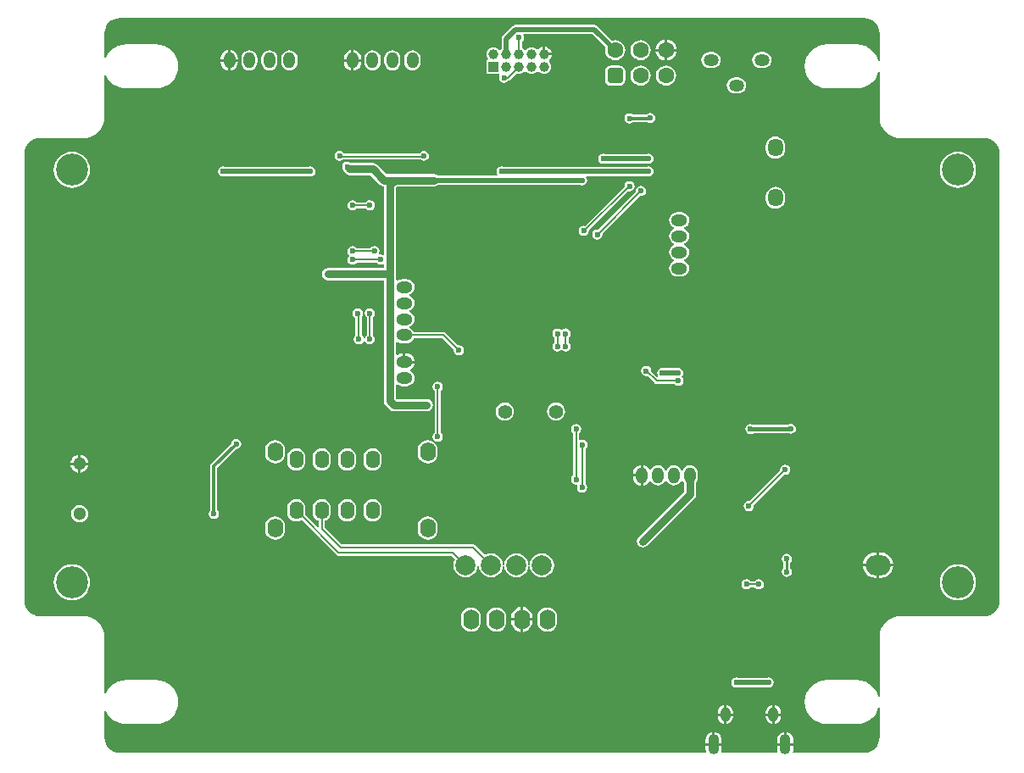
<source format=gbl>
G04 Layer_Physical_Order=2*
G04 Layer_Color=16711680*
%FSLAX25Y25*%
%MOIN*%
G70*
G01*
G75*
%ADD10C,0.00787*%
%ADD14R,0.03937X0.03937*%
%ADD39C,0.01181*%
%ADD40C,0.01969*%
%ADD45C,0.03150*%
%ADD46C,0.01000*%
%ADD47C,0.01575*%
%ADD48O,0.03937X0.05709*%
%ADD49O,0.04331X0.07874*%
%ADD50O,0.06299X0.07874*%
%ADD51O,0.06000X0.07087*%
%ADD52O,0.06299X0.07480*%
%ADD53C,0.12598*%
%ADD54O,0.05512X0.07087*%
%ADD55O,0.04724X0.06299*%
%ADD56C,0.03937*%
%ADD57C,0.06299*%
G04:AMPARAMS|DCode=58|XSize=62.99mil|YSize=62.99mil|CornerRadius=15.75mil|HoleSize=0mil|Usage=FLASHONLY|Rotation=180.000|XOffset=0mil|YOffset=0mil|HoleType=Round|Shape=RoundedRectangle|*
%AMROUNDEDRECTD58*
21,1,0.06299,0.03150,0,0,180.0*
21,1,0.03150,0.06299,0,0,180.0*
1,1,0.03150,-0.01575,0.01575*
1,1,0.03150,0.01575,0.01575*
1,1,0.03150,0.01575,-0.01575*
1,1,0.03150,-0.01575,-0.01575*
%
%ADD58ROUNDEDRECTD58*%
%ADD59C,0.05118*%
%ADD60C,0.05512*%
%ADD61O,0.06299X0.04724*%
%ADD62O,0.04724X0.06299*%
%ADD63O,0.06000X0.04724*%
%ADD64O,0.09843X0.07874*%
%ADD65C,0.07874*%
%ADD66C,0.02362*%
%ADD67C,0.02756*%
G36*
X332884Y290422D02*
X334005Y290082D01*
X335037Y289530D01*
X335943Y288787D01*
X336685Y287882D01*
X337238Y286849D01*
X337577Y285728D01*
X337691Y284569D01*
X337690Y284563D01*
Y273763D01*
X337190Y273689D01*
X336837Y274854D01*
X336033Y276359D01*
X334950Y277678D01*
X333631Y278760D01*
X332127Y279564D01*
X330494Y280060D01*
X328796Y280227D01*
X316985D01*
X315287Y280060D01*
X313654Y279564D01*
X312150Y278760D01*
X310831Y277678D01*
X309749Y276359D01*
X308944Y274854D01*
X308449Y273221D01*
X308282Y271524D01*
X308449Y269826D01*
X308944Y268193D01*
X309749Y266688D01*
X310831Y265369D01*
X312150Y264287D01*
X313654Y263483D01*
X315287Y262987D01*
X316985Y262820D01*
X328796D01*
X330494Y262987D01*
X332127Y263483D01*
X333631Y264287D01*
X334950Y265369D01*
X336033Y266688D01*
X336837Y268193D01*
X337190Y269358D01*
X337690Y269284D01*
Y251596D01*
X337684Y251588D01*
X337678Y251588D01*
X337834Y250010D01*
X338310Y248440D01*
X339084Y246993D01*
X340125Y245725D01*
X341393Y244684D01*
X342840Y243910D01*
X344410Y243434D01*
X345610Y243316D01*
X346043Y243273D01*
X346099Y243278D01*
X346595Y243290D01*
X378949D01*
X378957Y243283D01*
Y243283D01*
X378957Y243283D01*
X380020Y243179D01*
X381140Y242839D01*
X382172Y242287D01*
X383077Y241544D01*
X383819Y240640D01*
X384371Y239607D01*
X384711Y238487D01*
X384788Y237706D01*
X384815Y237221D01*
X384815D01*
X384823Y236727D01*
Y61898D01*
X384822Y61402D01*
X384791Y61048D01*
X384779Y60909D01*
X384780Y60918D01*
X384791Y61048D01*
X384812Y61287D01*
X384780Y60918D01*
X384708Y60190D01*
X384364Y59053D01*
X383804Y58006D01*
X383050Y57087D01*
X382131Y56334D01*
X381083Y55773D01*
X379947Y55428D01*
X378791Y55315D01*
X378791Y55315D01*
Y55315D01*
X378790Y55314D01*
X346091D01*
X346090Y55315D01*
X346090Y55332D01*
X344451Y55170D01*
X342871Y54691D01*
X341415Y53913D01*
X340139Y52866D01*
X339092Y51590D01*
X338314Y50134D01*
X337835Y48554D01*
X337720Y47396D01*
X337673Y46911D01*
X337673Y46908D01*
X337690Y46415D01*
Y23761D01*
X337190Y23687D01*
X336836Y24854D01*
X336032Y26359D01*
X334949Y27678D01*
X333631Y28760D01*
X332126Y29564D01*
X330493Y30060D01*
X328795Y30227D01*
X316984D01*
X315286Y30060D01*
X313654Y29564D01*
X312149Y28760D01*
X310830Y27678D01*
X309748Y26359D01*
X308943Y24854D01*
X308448Y23222D01*
X308281Y21524D01*
X308448Y19826D01*
X308943Y18193D01*
X309748Y16688D01*
X310830Y15369D01*
X312149Y14287D01*
X313654Y13483D01*
X315286Y12988D01*
X316984Y12820D01*
X328795D01*
X330493Y12988D01*
X332126Y13483D01*
X333631Y14287D01*
X334949Y15369D01*
X336032Y16688D01*
X336836Y18193D01*
X337190Y19361D01*
X337690Y19286D01*
Y18305D01*
Y7700D01*
X337698Y7663D01*
X337582Y6486D01*
X337237Y5349D01*
X336677Y4301D01*
X335923Y3382D01*
X335005Y2629D01*
X333957Y2069D01*
X332820Y1724D01*
X331664Y1610D01*
X331664Y1610D01*
Y1610D01*
X331164Y1604D01*
X303866D01*
X303588Y2020D01*
X303659Y2191D01*
X303767Y3017D01*
Y4289D01*
X300575D01*
X297382D01*
Y3017D01*
X297491Y2191D01*
X297562Y2020D01*
X297284Y1604D01*
X275716D01*
X275438Y2020D01*
X275509Y2191D01*
X275618Y3017D01*
Y4289D01*
X272425D01*
X269233D01*
Y3017D01*
X269341Y2191D01*
X269412Y2020D01*
X269134Y1604D01*
X39470D01*
X38974Y1610D01*
X38489Y1641D01*
X37724Y1717D01*
X36599Y2058D01*
X35562Y2612D01*
X34654Y3358D01*
X33908Y4266D01*
X33354Y5303D01*
X33013Y6427D01*
X32906Y7516D01*
X32906Y7516D01*
X32906D01*
X32900Y7522D01*
Y18083D01*
X33400Y18106D01*
X34158Y16688D01*
X35240Y15369D01*
X36559Y14287D01*
X38064Y13483D01*
X39697Y12988D01*
X41394Y12820D01*
X53206D01*
X54903Y12988D01*
X56536Y13483D01*
X58041Y14287D01*
X59360Y15369D01*
X60442Y16688D01*
X61246Y18193D01*
X61742Y19826D01*
X61909Y21524D01*
X61742Y23222D01*
X61246Y24854D01*
X60442Y26359D01*
X59360Y27678D01*
X58041Y28760D01*
X56536Y29564D01*
X54903Y30060D01*
X53206Y30227D01*
X41394D01*
X39697Y30060D01*
X38064Y29564D01*
X36559Y28760D01*
X35240Y27678D01*
X34158Y26359D01*
X33400Y24941D01*
X32900Y24964D01*
Y47009D01*
X32907Y47017D01*
X32912Y47017D01*
X32757Y48594D01*
X32280Y50165D01*
X31507Y51612D01*
X30466Y52880D01*
X29198Y53921D01*
X27751Y54695D01*
X26180Y55171D01*
X24980Y55289D01*
X24547Y55332D01*
X24492Y55326D01*
X23996Y55314D01*
X7495D01*
X7486Y55313D01*
X6306Y55429D01*
X5163Y55776D01*
X4110Y56339D01*
X3186Y57096D01*
X2429Y58020D01*
X1866Y59073D01*
X1519Y60216D01*
X1403Y61396D01*
X1404Y61405D01*
Y237200D01*
X1403Y237208D01*
X1519Y238389D01*
X1866Y239532D01*
X2429Y240585D01*
X3186Y241508D01*
X4110Y242266D01*
X5163Y242829D01*
X6306Y243176D01*
X7486Y243292D01*
X7495Y243290D01*
X23996D01*
X24492Y243278D01*
X24547Y243273D01*
X24976Y243315D01*
X26180Y243434D01*
X27751Y243910D01*
X29198Y244684D01*
X30466Y245725D01*
X31507Y246993D01*
X32280Y248440D01*
X32757Y250010D01*
X32912Y251588D01*
X32907Y251588D01*
X32900Y251596D01*
Y268083D01*
X33400Y268106D01*
X34158Y266688D01*
X35240Y265369D01*
X36559Y264287D01*
X38064Y263483D01*
X39697Y262987D01*
X41394Y262820D01*
X53206D01*
X54903Y262987D01*
X56536Y263483D01*
X58041Y264287D01*
X59360Y265369D01*
X60442Y266688D01*
X61246Y268193D01*
X61742Y269826D01*
X61909Y271524D01*
X61742Y273221D01*
X61246Y274854D01*
X60442Y276359D01*
X59360Y277678D01*
X58041Y278760D01*
X56536Y279564D01*
X54903Y280060D01*
X53206Y280227D01*
X41394D01*
X39697Y280060D01*
X38064Y279564D01*
X36559Y278760D01*
X35240Y277678D01*
X34158Y276359D01*
X33400Y274941D01*
X32900Y274964D01*
Y284563D01*
X32899Y284569D01*
X33013Y285728D01*
X33353Y286849D01*
X33905Y287882D01*
X34648Y288787D01*
X35553Y289530D01*
X36586Y290082D01*
X37706Y290422D01*
X38865Y290536D01*
X38872Y290534D01*
X331719D01*
X331725Y290536D01*
X332884Y290422D01*
D02*
G37*
%LPC*%
G36*
X254200Y282020D02*
Y278400D01*
X257820D01*
X257743Y278983D01*
X257325Y279993D01*
X256660Y280859D01*
X255793Y281525D01*
X254783Y281943D01*
X254200Y282020D01*
D02*
G37*
G36*
X253200Y282020D02*
X252617Y281943D01*
X251607Y281525D01*
X250741Y280859D01*
X250075Y279993D01*
X249657Y278983D01*
X249580Y278400D01*
X253200D01*
Y282020D01*
D02*
G37*
G36*
X206300Y279228D02*
Y276800D01*
X208728D01*
X208692Y277075D01*
X208393Y277797D01*
X207917Y278417D01*
X207297Y278893D01*
X206575Y279192D01*
X206300Y279228D01*
D02*
G37*
G36*
X130889Y278013D02*
Y274400D01*
X133780D01*
Y274687D01*
X133665Y275565D01*
X133326Y276383D01*
X132787Y277085D01*
X132085Y277624D01*
X131267Y277963D01*
X130889Y278013D01*
D02*
G37*
G36*
X82489D02*
Y274400D01*
X85380D01*
Y274687D01*
X85265Y275565D01*
X84926Y276383D01*
X84387Y277085D01*
X83685Y277624D01*
X82867Y277963D01*
X82489Y278013D01*
D02*
G37*
G36*
X81489D02*
X81111Y277963D01*
X80293Y277624D01*
X79591Y277085D01*
X79052Y276383D01*
X78713Y275565D01*
X78598Y274687D01*
Y274400D01*
X81489D01*
Y278013D01*
D02*
G37*
G36*
X129889D02*
X129511Y277963D01*
X128693Y277624D01*
X127991Y277085D01*
X127452Y276383D01*
X127113Y275565D01*
X126998Y274687D01*
Y274400D01*
X129889D01*
Y278013D01*
D02*
G37*
G36*
X243700Y281871D02*
X242672Y281736D01*
X241715Y281339D01*
X240892Y280708D01*
X240261Y279886D01*
X239864Y278928D01*
X239729Y277900D01*
X239864Y276872D01*
X240261Y275915D01*
X240892Y275092D01*
X241715Y274461D01*
X242672Y274064D01*
X243700Y273929D01*
X244728Y274064D01*
X245686Y274461D01*
X246508Y275092D01*
X247139Y275915D01*
X247536Y276872D01*
X247671Y277900D01*
X247536Y278928D01*
X247139Y279886D01*
X246508Y280708D01*
X245686Y281339D01*
X244728Y281736D01*
X243700Y281871D01*
D02*
G37*
G36*
X225500Y287906D02*
X194600D01*
X193909Y287769D01*
X193323Y287377D01*
X189523Y283577D01*
X189131Y282991D01*
X188994Y282300D01*
Y278388D01*
X188835Y278266D01*
X188610Y277973D01*
X187990D01*
X187766Y278266D01*
X187190Y278707D01*
X186519Y278985D01*
X185800Y279080D01*
X185081Y278985D01*
X184410Y278707D01*
X183835Y278266D01*
X183393Y277690D01*
X183115Y277019D01*
X183020Y276300D01*
X183115Y275581D01*
X183393Y274910D01*
X183665Y274556D01*
X183418Y274056D01*
X183044D01*
Y268544D01*
X187996D01*
X188263Y268044D01*
X188146Y267868D01*
X187993Y267100D01*
X188146Y266332D01*
X188581Y265681D01*
X189232Y265246D01*
X190000Y265093D01*
X190768Y265246D01*
X191419Y265681D01*
X191563Y265896D01*
X191600D01*
X191600Y265896D01*
X192061Y265987D01*
X192452Y266248D01*
X194895Y268692D01*
X195081Y268615D01*
X195800Y268520D01*
X196519Y268615D01*
X197190Y268893D01*
X197766Y269335D01*
X197990Y269627D01*
X198610D01*
X198835Y269335D01*
X199410Y268893D01*
X200081Y268615D01*
X200800Y268520D01*
X201519Y268615D01*
X202190Y268893D01*
X202765Y269335D01*
X202990Y269627D01*
X203610D01*
X203835Y269335D01*
X204410Y268893D01*
X205081Y268615D01*
X205800Y268520D01*
X206519Y268615D01*
X207190Y268893D01*
X207766Y269335D01*
X208207Y269910D01*
X208485Y270581D01*
X208580Y271300D01*
X208485Y272019D01*
X208207Y272690D01*
X207766Y273266D01*
X207654Y273351D01*
Y273981D01*
X207917Y274183D01*
X208393Y274803D01*
X208692Y275525D01*
X208728Y275800D01*
X205800D01*
Y276300D01*
X205300D01*
Y279228D01*
X205025Y279192D01*
X204303Y278893D01*
X203683Y278417D01*
X203481Y278154D01*
X202851D01*
X202765Y278266D01*
X202190Y278707D01*
X201519Y278985D01*
X200800Y279080D01*
X200081Y278985D01*
X199410Y278707D01*
X198835Y278266D01*
X198610Y277973D01*
X197990D01*
X197766Y278266D01*
X197190Y278707D01*
X197004Y278784D01*
Y281237D01*
X197219Y281381D01*
X197654Y282032D01*
X197807Y282800D01*
X197654Y283568D01*
X197504Y283794D01*
X197771Y284294D01*
X224752D01*
X229939Y279107D01*
X229864Y278928D01*
X229729Y277900D01*
X229864Y276872D01*
X230261Y275915D01*
X230892Y275092D01*
X231715Y274461D01*
X232672Y274064D01*
X233700Y273929D01*
X234728Y274064D01*
X235685Y274461D01*
X236508Y275092D01*
X237139Y275915D01*
X237536Y276872D01*
X237671Y277900D01*
X237536Y278928D01*
X237139Y279886D01*
X236508Y280708D01*
X235685Y281339D01*
X234728Y281736D01*
X233700Y281871D01*
X232672Y281736D01*
X232493Y281662D01*
X226777Y287377D01*
X226191Y287769D01*
X225500Y287906D01*
D02*
G37*
G36*
X253200Y277400D02*
X249580D01*
X249657Y276817D01*
X250075Y275807D01*
X250741Y274940D01*
X251607Y274275D01*
X252617Y273857D01*
X253200Y273780D01*
Y277400D01*
D02*
G37*
G36*
X257820D02*
X254200D01*
Y273780D01*
X254783Y273857D01*
X255793Y274275D01*
X256660Y274940D01*
X257325Y275807D01*
X257743Y276817D01*
X257820Y277400D01*
D02*
G37*
G36*
X292038Y277177D02*
X290762D01*
X289940Y277068D01*
X289174Y276751D01*
X288516Y276246D01*
X288011Y275588D01*
X287694Y274822D01*
X287585Y274000D01*
X287694Y273178D01*
X288011Y272412D01*
X288516Y271754D01*
X289174Y271249D01*
X289940Y270932D01*
X290762Y270823D01*
X292038D01*
X292860Y270932D01*
X293626Y271249D01*
X294284Y271754D01*
X294789Y272412D01*
X295106Y273178D01*
X295215Y274000D01*
X295106Y274822D01*
X294789Y275588D01*
X294284Y276246D01*
X293626Y276751D01*
X292860Y277068D01*
X292038Y277177D01*
D02*
G37*
G36*
X272038D02*
X270762D01*
X269940Y277068D01*
X269174Y276751D01*
X268516Y276246D01*
X268011Y275588D01*
X267694Y274822D01*
X267585Y274000D01*
X267694Y273178D01*
X268011Y272412D01*
X268516Y271754D01*
X269174Y271249D01*
X269940Y270932D01*
X270762Y270823D01*
X272038D01*
X272860Y270932D01*
X273626Y271249D01*
X274284Y271754D01*
X274789Y272412D01*
X275106Y273178D01*
X275215Y274000D01*
X275106Y274822D01*
X274789Y275588D01*
X274284Y276246D01*
X273626Y276751D01*
X272860Y277068D01*
X272038Y277177D01*
D02*
G37*
G36*
X154011Y277864D02*
X153189Y277756D01*
X152423Y277439D01*
X151765Y276934D01*
X151260Y276276D01*
X150943Y275510D01*
X150834Y274687D01*
Y273113D01*
X150943Y272290D01*
X151260Y271524D01*
X151765Y270866D01*
X152423Y270361D01*
X153189Y270044D01*
X154011Y269936D01*
X154833Y270044D01*
X155599Y270361D01*
X156257Y270866D01*
X156762Y271524D01*
X157080Y272290D01*
X157188Y273113D01*
Y274687D01*
X157080Y275510D01*
X156762Y276276D01*
X156257Y276934D01*
X155599Y277439D01*
X154833Y277756D01*
X154011Y277864D01*
D02*
G37*
G36*
X146137D02*
X145315Y277756D01*
X144549Y277439D01*
X143891Y276934D01*
X143386Y276276D01*
X143069Y275510D01*
X142960Y274687D01*
Y273113D01*
X143069Y272290D01*
X143386Y271524D01*
X143891Y270866D01*
X144549Y270361D01*
X145315Y270044D01*
X146137Y269936D01*
X146959Y270044D01*
X147725Y270361D01*
X148383Y270866D01*
X148888Y271524D01*
X149206Y272290D01*
X149314Y273113D01*
Y274687D01*
X149206Y275510D01*
X148888Y276276D01*
X148383Y276934D01*
X147725Y277439D01*
X146959Y277756D01*
X146137Y277864D01*
D02*
G37*
G36*
X138263D02*
X137441Y277756D01*
X136675Y277439D01*
X136017Y276934D01*
X135512Y276276D01*
X135195Y275510D01*
X135086Y274687D01*
Y273113D01*
X135195Y272290D01*
X135512Y271524D01*
X136017Y270866D01*
X136675Y270361D01*
X137441Y270044D01*
X138263Y269936D01*
X139085Y270044D01*
X139851Y270361D01*
X140509Y270866D01*
X141014Y271524D01*
X141332Y272290D01*
X141440Y273113D01*
Y274687D01*
X141332Y275510D01*
X141014Y276276D01*
X140509Y276934D01*
X139851Y277439D01*
X139085Y277756D01*
X138263Y277864D01*
D02*
G37*
G36*
X105611D02*
X104789Y277756D01*
X104023Y277439D01*
X103365Y276934D01*
X102860Y276276D01*
X102542Y275510D01*
X102434Y274687D01*
Y273113D01*
X102542Y272290D01*
X102860Y271524D01*
X103365Y270866D01*
X104023Y270361D01*
X104789Y270044D01*
X105611Y269936D01*
X106433Y270044D01*
X107199Y270361D01*
X107857Y270866D01*
X108362Y271524D01*
X108679Y272290D01*
X108788Y273113D01*
Y274687D01*
X108679Y275510D01*
X108362Y276276D01*
X107857Y276934D01*
X107199Y277439D01*
X106433Y277756D01*
X105611Y277864D01*
D02*
G37*
G36*
X97737D02*
X96915Y277756D01*
X96149Y277439D01*
X95491Y276934D01*
X94986Y276276D01*
X94669Y275510D01*
X94560Y274687D01*
Y273113D01*
X94669Y272290D01*
X94986Y271524D01*
X95491Y270866D01*
X96149Y270361D01*
X96915Y270044D01*
X97737Y269936D01*
X98559Y270044D01*
X99325Y270361D01*
X99983Y270866D01*
X100488Y271524D01*
X100805Y272290D01*
X100914Y273113D01*
Y274687D01*
X100805Y275510D01*
X100488Y276276D01*
X99983Y276934D01*
X99325Y277439D01*
X98559Y277756D01*
X97737Y277864D01*
D02*
G37*
G36*
X89863D02*
X89041Y277756D01*
X88275Y277439D01*
X87617Y276934D01*
X87112Y276276D01*
X86795Y275510D01*
X86686Y274687D01*
Y273113D01*
X86795Y272290D01*
X87112Y271524D01*
X87617Y270866D01*
X88275Y270361D01*
X89041Y270044D01*
X89863Y269936D01*
X90685Y270044D01*
X91451Y270361D01*
X92109Y270866D01*
X92614Y271524D01*
X92931Y272290D01*
X93040Y273113D01*
Y274687D01*
X92931Y275510D01*
X92614Y276276D01*
X92109Y276934D01*
X91451Y277439D01*
X90685Y277756D01*
X89863Y277864D01*
D02*
G37*
G36*
X133780Y273400D02*
X130889D01*
Y269787D01*
X131267Y269837D01*
X132085Y270176D01*
X132787Y270715D01*
X133326Y271417D01*
X133665Y272235D01*
X133780Y273113D01*
Y273400D01*
D02*
G37*
G36*
X85380D02*
X82489D01*
Y269787D01*
X82867Y269837D01*
X83685Y270176D01*
X84387Y270715D01*
X84926Y271417D01*
X85265Y272235D01*
X85380Y273113D01*
Y273400D01*
D02*
G37*
G36*
X129889D02*
X126998D01*
Y273113D01*
X127113Y272235D01*
X127452Y271417D01*
X127991Y270715D01*
X128693Y270176D01*
X129511Y269837D01*
X129889Y269787D01*
Y273400D01*
D02*
G37*
G36*
X81489D02*
X78598D01*
Y273113D01*
X78713Y272235D01*
X79052Y271417D01*
X79591Y270715D01*
X80293Y270176D01*
X81111Y269837D01*
X81489Y269787D01*
Y273400D01*
D02*
G37*
G36*
X253700Y271871D02*
X252672Y271736D01*
X251714Y271339D01*
X250892Y270708D01*
X250261Y269885D01*
X249864Y268928D01*
X249729Y267900D01*
X249864Y266872D01*
X250261Y265915D01*
X250892Y265092D01*
X251714Y264461D01*
X252672Y264064D01*
X253700Y263929D01*
X254728Y264064D01*
X255685Y264461D01*
X256508Y265092D01*
X257139Y265915D01*
X257536Y266872D01*
X257671Y267900D01*
X257536Y268928D01*
X257139Y269885D01*
X256508Y270708D01*
X255685Y271339D01*
X254728Y271736D01*
X253700Y271871D01*
D02*
G37*
G36*
X243700D02*
X242672Y271736D01*
X241715Y271339D01*
X240892Y270708D01*
X240261Y269885D01*
X239864Y268928D01*
X239729Y267900D01*
X239864Y266872D01*
X240261Y265915D01*
X240892Y265092D01*
X241715Y264461D01*
X242672Y264064D01*
X243700Y263929D01*
X244728Y264064D01*
X245686Y264461D01*
X246508Y265092D01*
X247139Y265915D01*
X247536Y266872D01*
X247671Y267900D01*
X247536Y268928D01*
X247139Y269885D01*
X246508Y270708D01*
X245686Y271339D01*
X244728Y271736D01*
X243700Y271871D01*
D02*
G37*
G36*
X235275Y271883D02*
X232125D01*
X231204Y271700D01*
X230422Y271178D01*
X229900Y270396D01*
X229717Y269475D01*
Y266325D01*
X229900Y265404D01*
X230422Y264622D01*
X231204Y264100D01*
X232125Y263917D01*
X235275D01*
X236196Y264100D01*
X236978Y264622D01*
X237500Y265404D01*
X237683Y266325D01*
Y269475D01*
X237500Y270396D01*
X236978Y271178D01*
X236196Y271700D01*
X235275Y271883D01*
D02*
G37*
G36*
X282038Y267177D02*
X280762D01*
X279940Y267069D01*
X279174Y266751D01*
X278516Y266246D01*
X278011Y265588D01*
X277694Y264822D01*
X277585Y264000D01*
X277694Y263178D01*
X278011Y262412D01*
X278516Y261754D01*
X279174Y261249D01*
X279940Y260931D01*
X280762Y260823D01*
X282038D01*
X282860Y260931D01*
X283626Y261249D01*
X284284Y261754D01*
X284789Y262412D01*
X285106Y263178D01*
X285215Y264000D01*
X285106Y264822D01*
X284789Y265588D01*
X284284Y266246D01*
X283626Y266751D01*
X282860Y267069D01*
X282038Y267177D01*
D02*
G37*
G36*
X247500Y253207D02*
X246732Y253054D01*
X246081Y252619D01*
X246004Y252505D01*
X240829D01*
X240819Y252519D01*
X240168Y252954D01*
X239400Y253107D01*
X238632Y252954D01*
X237981Y252519D01*
X237546Y251868D01*
X237393Y251100D01*
X237546Y250332D01*
X237981Y249681D01*
X238632Y249246D01*
X239400Y249093D01*
X240168Y249246D01*
X240819Y249681D01*
X240829Y249695D01*
X246209D01*
X246732Y249346D01*
X247500Y249193D01*
X248268Y249346D01*
X248919Y249781D01*
X249354Y250432D01*
X249507Y251200D01*
X249354Y251968D01*
X248919Y252619D01*
X248268Y253054D01*
X247500Y253207D01*
D02*
G37*
G36*
X158500Y238307D02*
X157732Y238154D01*
X157081Y237719D01*
X156804Y237304D01*
X127096D01*
X126819Y237719D01*
X126168Y238154D01*
X125400Y238307D01*
X124632Y238154D01*
X123981Y237719D01*
X123546Y237068D01*
X123393Y236300D01*
X123546Y235532D01*
X123981Y234881D01*
X124632Y234446D01*
X125400Y234293D01*
X126168Y234446D01*
X126819Y234881D01*
X126829Y234896D01*
X157071D01*
X157081Y234881D01*
X157732Y234446D01*
X158500Y234293D01*
X159268Y234446D01*
X159919Y234881D01*
X160354Y235532D01*
X160507Y236300D01*
X160354Y237068D01*
X159919Y237719D01*
X159268Y238154D01*
X158500Y238307D01*
D02*
G37*
G36*
X246800Y237207D02*
X246032Y237054D01*
X245960Y237006D01*
X229840D01*
X229768Y237054D01*
X229000Y237207D01*
X228232Y237054D01*
X227581Y236619D01*
X227146Y235968D01*
X226993Y235200D01*
X227146Y234432D01*
X227581Y233781D01*
X228232Y233346D01*
X229000Y233193D01*
X229768Y233346D01*
X229840Y233394D01*
X245960D01*
X246032Y233346D01*
X246800Y233193D01*
X247568Y233346D01*
X248219Y233781D01*
X248654Y234432D01*
X248807Y235200D01*
X248654Y235968D01*
X248219Y236619D01*
X247568Y237054D01*
X246800Y237207D01*
D02*
G37*
G36*
X296700Y243906D02*
X295711Y243776D01*
X294790Y243394D01*
X293999Y242787D01*
X293392Y241996D01*
X293010Y241074D01*
X292880Y240086D01*
Y238999D01*
X293010Y238011D01*
X293392Y237089D01*
X293999Y236298D01*
X294790Y235691D01*
X295711Y235309D01*
X296700Y235179D01*
X297689Y235309D01*
X298610Y235691D01*
X299401Y236298D01*
X300008Y237089D01*
X300390Y238011D01*
X300520Y238999D01*
Y240086D01*
X300390Y241074D01*
X300008Y241996D01*
X299401Y242787D01*
X298610Y243394D01*
X297689Y243776D01*
X296700Y243906D01*
D02*
G37*
G36*
X113800Y232160D02*
X113032Y232007D01*
X112960Y231959D01*
X80440D01*
X80368Y232007D01*
X79600Y232160D01*
X78832Y232007D01*
X78181Y231572D01*
X77746Y230921D01*
X77593Y230153D01*
X77746Y229385D01*
X78181Y228733D01*
X78832Y228298D01*
X79600Y228146D01*
X80368Y228298D01*
X80440Y228346D01*
X112960D01*
X113032Y228298D01*
X113800Y228146D01*
X114568Y228298D01*
X115219Y228733D01*
X115654Y229385D01*
X115807Y230153D01*
X115654Y230921D01*
X115219Y231572D01*
X114568Y232007D01*
X113800Y232160D01*
D02*
G37*
G36*
X128347Y234060D02*
X127579Y233907D01*
X126928Y233472D01*
X126493Y232821D01*
X126340Y232053D01*
X126493Y231285D01*
X126928Y230633D01*
X126947Y230621D01*
X127025Y230228D01*
X127547Y229447D01*
X128328Y228925D01*
X129250Y228742D01*
X137352D01*
X141097Y224997D01*
X141878Y224475D01*
X142791Y224293D01*
Y197592D01*
X142350Y197356D01*
X142268Y197411D01*
X141500Y197564D01*
X141088Y197482D01*
X140787Y197932D01*
X140854Y198032D01*
X141007Y198800D01*
X140854Y199568D01*
X140419Y200219D01*
X139768Y200654D01*
X139000Y200807D01*
X138232Y200654D01*
X137581Y200219D01*
X137437Y200004D01*
X132063D01*
X131919Y200219D01*
X131268Y200654D01*
X130500Y200807D01*
X129732Y200654D01*
X129081Y200219D01*
X128646Y199568D01*
X128493Y198800D01*
X128646Y198032D01*
X129081Y197381D01*
Y196919D01*
X128646Y196268D01*
X128493Y195500D01*
X128646Y194732D01*
X129081Y194081D01*
X129732Y193646D01*
X130500Y193493D01*
X131268Y193646D01*
X131919Y194081D01*
X132101Y194352D01*
X139937D01*
X140081Y194138D01*
X140732Y193702D01*
X141500Y193550D01*
X142268Y193702D01*
X142350Y193757D01*
X142791Y193522D01*
Y192209D01*
X120800D01*
X119878Y192025D01*
X119097Y191503D01*
X118575Y190722D01*
X118392Y189800D01*
X118575Y188878D01*
X119097Y188097D01*
X119878Y187575D01*
X120800Y187391D01*
X142791D01*
Y139900D01*
X142975Y138978D01*
X143497Y138197D01*
X145097Y136597D01*
X145878Y136075D01*
X146800Y135891D01*
X159638D01*
X160559Y136075D01*
X161341Y136597D01*
X161863Y137378D01*
X162046Y138300D01*
X161863Y139222D01*
X161341Y140003D01*
X160559Y140525D01*
X159638Y140708D01*
X147798D01*
X147608Y140898D01*
Y146144D01*
X148108Y146391D01*
X148424Y146149D01*
X149190Y145832D01*
X150013Y145723D01*
X151587D01*
X152410Y145832D01*
X153176Y146149D01*
X153834Y146654D01*
X154339Y147312D01*
X154656Y148078D01*
X154764Y148900D01*
X154656Y149722D01*
X154339Y150488D01*
X153834Y151146D01*
X153176Y151651D01*
X153094Y151685D01*
X153094Y152185D01*
X153283Y152263D01*
X153985Y152802D01*
X154524Y153504D01*
X154863Y154322D01*
X154913Y154700D01*
X150800D01*
Y155200D01*
X150300D01*
Y158591D01*
X150013D01*
X149135Y158476D01*
X148317Y158137D01*
X148108Y157977D01*
X147608Y158223D01*
Y163045D01*
X148108Y163291D01*
X148424Y163049D01*
X149190Y162732D01*
X150013Y162623D01*
X151587D01*
X152410Y162732D01*
X153176Y163049D01*
X153834Y163554D01*
X154339Y164212D01*
X154498Y164596D01*
X165801D01*
X170343Y160054D01*
X170293Y159800D01*
X170446Y159032D01*
X170881Y158381D01*
X171532Y157946D01*
X172300Y157793D01*
X173068Y157946D01*
X173719Y158381D01*
X174154Y159032D01*
X174307Y159800D01*
X174154Y160568D01*
X173719Y161219D01*
X173068Y161654D01*
X172300Y161807D01*
X172046Y161757D01*
X167151Y166651D01*
X166761Y166913D01*
X166300Y167004D01*
X166300Y167004D01*
X154498D01*
X154339Y167388D01*
X153834Y168046D01*
X153176Y168551D01*
X152866Y168679D01*
Y169221D01*
X153176Y169349D01*
X153834Y169854D01*
X154339Y170512D01*
X154656Y171278D01*
X154764Y172100D01*
X154656Y172922D01*
X154339Y173688D01*
X153834Y174346D01*
X153176Y174851D01*
X152866Y174979D01*
Y175521D01*
X153176Y175649D01*
X153834Y176154D01*
X154339Y176812D01*
X154656Y177578D01*
X154764Y178400D01*
X154656Y179222D01*
X154339Y179988D01*
X153834Y180646D01*
X153176Y181151D01*
X152866Y181279D01*
Y181821D01*
X153176Y181949D01*
X153834Y182454D01*
X154339Y183112D01*
X154656Y183878D01*
X154764Y184700D01*
X154656Y185522D01*
X154339Y186288D01*
X153834Y186946D01*
X153176Y187451D01*
X152410Y187768D01*
X151587Y187877D01*
X150013D01*
X149190Y187768D01*
X148424Y187451D01*
X148108Y187209D01*
X147608Y187455D01*
Y188800D01*
X147509Y189300D01*
X147608Y189800D01*
Y223802D01*
X148098Y224291D01*
X162500D01*
X163422Y224475D01*
X164048Y224894D01*
X219860D01*
X219932Y224846D01*
X220700Y224693D01*
X221468Y224846D01*
X222119Y225281D01*
X222554Y225932D01*
X222707Y226700D01*
X222554Y227468D01*
X222270Y227894D01*
X222537Y228394D01*
X245960D01*
X246032Y228346D01*
X246800Y228193D01*
X247568Y228346D01*
X248219Y228781D01*
X248654Y229432D01*
X248807Y230200D01*
X248654Y230968D01*
X248219Y231619D01*
X247568Y232054D01*
X246800Y232207D01*
X246032Y232054D01*
X245960Y232006D01*
X189840D01*
X189768Y232054D01*
X189000Y232207D01*
X188232Y232054D01*
X187581Y231619D01*
X187146Y230968D01*
X186993Y230200D01*
X187146Y229432D01*
X187430Y229006D01*
X187163Y228506D01*
X164048D01*
X163422Y228925D01*
X162500Y229109D01*
X147100D01*
X146950Y229079D01*
X146800Y229109D01*
X143798D01*
X140053Y232853D01*
X139272Y233375D01*
X138350Y233559D01*
X129637D01*
X129115Y233907D01*
X128347Y234060D01*
D02*
G37*
G36*
X368492Y237912D02*
X367103Y237775D01*
X365767Y237370D01*
X364536Y236712D01*
X363457Y235827D01*
X362571Y234748D01*
X361913Y233516D01*
X361508Y232181D01*
X361371Y230791D01*
X361508Y229402D01*
X361913Y228066D01*
X362571Y226835D01*
X363457Y225756D01*
X364536Y224870D01*
X365767Y224213D01*
X367103Y223807D01*
X368492Y223670D01*
X369881Y223807D01*
X371217Y224213D01*
X372448Y224870D01*
X373527Y225756D01*
X374413Y226835D01*
X375071Y228066D01*
X375476Y229402D01*
X375613Y230791D01*
X375476Y232181D01*
X375071Y233516D01*
X374413Y234748D01*
X373527Y235827D01*
X372448Y236712D01*
X371217Y237370D01*
X369881Y237775D01*
X368492Y237912D01*
D02*
G37*
G36*
X20067D02*
X18678Y237775D01*
X17342Y237370D01*
X16111Y236712D01*
X15032Y235827D01*
X14146Y234748D01*
X13488Y233516D01*
X13083Y232181D01*
X12946Y230791D01*
X13083Y229402D01*
X13488Y228066D01*
X14146Y226835D01*
X15032Y225756D01*
X16111Y224870D01*
X17342Y224213D01*
X18678Y223807D01*
X20067Y223670D01*
X21456Y223807D01*
X22792Y224213D01*
X24023Y224870D01*
X25102Y225756D01*
X25988Y226835D01*
X26646Y228066D01*
X27051Y229402D01*
X27188Y230791D01*
X27051Y232181D01*
X26646Y233516D01*
X25988Y234748D01*
X25102Y235827D01*
X24023Y236712D01*
X22792Y237370D01*
X21456Y237775D01*
X20067Y237912D01*
D02*
G37*
G36*
X239400Y226407D02*
X238632Y226254D01*
X237981Y225819D01*
X237546Y225168D01*
X237393Y224400D01*
X237394Y224397D01*
X221737Y208740D01*
X221400Y208807D01*
X220632Y208654D01*
X219981Y208219D01*
X219546Y207568D01*
X219393Y206800D01*
X219546Y206032D01*
X219981Y205381D01*
X220632Y204946D01*
X221400Y204793D01*
X222168Y204946D01*
X222819Y205381D01*
X223254Y206032D01*
X223407Y206800D01*
X223373Y206970D01*
X238896Y222493D01*
X239400Y222393D01*
X240168Y222546D01*
X240819Y222981D01*
X241254Y223632D01*
X241407Y224400D01*
X241254Y225168D01*
X240819Y225819D01*
X240168Y226254D01*
X239400Y226407D01*
D02*
G37*
G36*
X243800Y224507D02*
X243032Y224354D01*
X242381Y223919D01*
X241946Y223268D01*
X241793Y222500D01*
X241843Y222246D01*
X226954Y207357D01*
X226700Y207407D01*
X225932Y207254D01*
X225281Y206819D01*
X224846Y206168D01*
X224693Y205400D01*
X224846Y204632D01*
X225281Y203981D01*
X225932Y203546D01*
X226700Y203393D01*
X227468Y203546D01*
X228119Y203981D01*
X228554Y204632D01*
X228707Y205400D01*
X228657Y205654D01*
X243546Y220543D01*
X243800Y220493D01*
X244568Y220646D01*
X245219Y221081D01*
X245654Y221732D01*
X245807Y222500D01*
X245654Y223268D01*
X245219Y223919D01*
X244568Y224354D01*
X243800Y224507D01*
D02*
G37*
G36*
X137300Y218907D02*
X137193Y218886D01*
X137100Y218904D01*
X136639Y218813D01*
X136560Y218760D01*
X136532Y218754D01*
X135881Y218319D01*
X135737Y218104D01*
X132063D01*
X131919Y218319D01*
X131268Y218754D01*
X130500Y218907D01*
X129732Y218754D01*
X129081Y218319D01*
X128646Y217668D01*
X128493Y216900D01*
X128646Y216132D01*
X129081Y215481D01*
X129732Y215046D01*
X130500Y214893D01*
X131268Y215046D01*
X131919Y215481D01*
X132063Y215696D01*
X135737D01*
X135881Y215481D01*
X136532Y215046D01*
X137300Y214893D01*
X138068Y215046D01*
X138719Y215481D01*
X139154Y216132D01*
X139307Y216900D01*
X139154Y217668D01*
X138719Y218319D01*
X138068Y218754D01*
X137300Y218907D01*
D02*
G37*
G36*
X296700Y224221D02*
X295711Y224091D01*
X294790Y223709D01*
X293999Y223102D01*
X293392Y222311D01*
X293010Y221390D01*
X292880Y220401D01*
Y219314D01*
X293010Y218325D01*
X293392Y217404D01*
X293999Y216613D01*
X294790Y216006D01*
X295711Y215624D01*
X296700Y215494D01*
X297689Y215624D01*
X298610Y216006D01*
X299401Y216613D01*
X300008Y217404D01*
X300390Y218325D01*
X300520Y219314D01*
Y220401D01*
X300390Y221390D01*
X300008Y222311D01*
X299401Y223102D01*
X298610Y223709D01*
X297689Y224091D01*
X296700Y224221D01*
D02*
G37*
G36*
X259687Y214177D02*
X258113D01*
X257290Y214069D01*
X256524Y213751D01*
X255866Y213246D01*
X255361Y212588D01*
X255044Y211822D01*
X254936Y211000D01*
X255044Y210178D01*
X255361Y209412D01*
X255866Y208754D01*
X256524Y208249D01*
X256834Y208121D01*
Y207579D01*
X256524Y207451D01*
X255866Y206946D01*
X255361Y206288D01*
X255044Y205522D01*
X254936Y204700D01*
X255044Y203878D01*
X255361Y203112D01*
X255866Y202454D01*
X256524Y201949D01*
X256834Y201821D01*
Y201279D01*
X256524Y201151D01*
X255866Y200646D01*
X255361Y199988D01*
X255044Y199222D01*
X254936Y198400D01*
X255044Y197578D01*
X255361Y196812D01*
X255866Y196154D01*
X256524Y195649D01*
X256834Y195521D01*
Y194979D01*
X256524Y194851D01*
X255866Y194346D01*
X255361Y193688D01*
X255044Y192922D01*
X254936Y192100D01*
X255044Y191278D01*
X255361Y190512D01*
X255866Y189854D01*
X256524Y189349D01*
X257290Y189032D01*
X258113Y188923D01*
X259687D01*
X260510Y189032D01*
X261276Y189349D01*
X261934Y189854D01*
X262439Y190512D01*
X262756Y191278D01*
X262864Y192100D01*
X262756Y192922D01*
X262439Y193688D01*
X261934Y194346D01*
X261276Y194851D01*
X260966Y194979D01*
Y195521D01*
X261276Y195649D01*
X261934Y196154D01*
X262439Y196812D01*
X262756Y197578D01*
X262864Y198400D01*
X262756Y199222D01*
X262439Y199988D01*
X261934Y200646D01*
X261276Y201151D01*
X260966Y201279D01*
Y201821D01*
X261276Y201949D01*
X261934Y202454D01*
X262439Y203112D01*
X262756Y203878D01*
X262864Y204700D01*
X262756Y205522D01*
X262439Y206288D01*
X261934Y206946D01*
X261276Y207451D01*
X260966Y207579D01*
Y208121D01*
X261276Y208249D01*
X261934Y208754D01*
X262439Y209412D01*
X262756Y210178D01*
X262864Y211000D01*
X262756Y211822D01*
X262439Y212588D01*
X261934Y213246D01*
X261276Y213751D01*
X260510Y214069D01*
X259687Y214177D01*
D02*
G37*
G36*
X214224Y168504D02*
X213763Y168413D01*
X213556Y168274D01*
X213456Y168254D01*
X212804Y167819D01*
X212419D01*
X211768Y168254D01*
X211000Y168407D01*
X210232Y168254D01*
X209581Y167819D01*
X209146Y167168D01*
X208993Y166400D01*
X209146Y165632D01*
X209581Y164981D01*
X209796Y164837D01*
Y162939D01*
X209655Y162845D01*
X209220Y162194D01*
X209067Y161426D01*
X209220Y160658D01*
X209655Y160007D01*
X210306Y159572D01*
X211074Y159419D01*
X211842Y159572D01*
X212293Y159873D01*
X212649Y159966D01*
X213005Y159873D01*
X213456Y159572D01*
X214224Y159419D01*
X214992Y159572D01*
X215643Y160007D01*
X216078Y160658D01*
X216231Y161426D01*
X216078Y162194D01*
X215643Y162845D01*
X215428Y162989D01*
Y164837D01*
X215643Y164981D01*
X216078Y165632D01*
X216231Y166400D01*
X216078Y167168D01*
X215643Y167819D01*
X214992Y168254D01*
X214892Y168274D01*
X214685Y168413D01*
X214224Y168504D01*
D02*
G37*
G36*
X137200Y176407D02*
X136432Y176254D01*
X135781Y175819D01*
X135346Y175168D01*
X135193Y174400D01*
X135346Y173632D01*
X135781Y172981D01*
X135996Y172837D01*
Y165763D01*
X135781Y165619D01*
X135346Y164968D01*
X135305Y164763D01*
X134795D01*
X134754Y164968D01*
X134319Y165619D01*
X134004Y165830D01*
Y173108D01*
X134354Y173632D01*
X134507Y174400D01*
X134354Y175168D01*
X133919Y175819D01*
X133268Y176254D01*
X132500Y176407D01*
X131732Y176254D01*
X131081Y175819D01*
X130646Y175168D01*
X130493Y174400D01*
X130646Y173632D01*
X131081Y172981D01*
X131596Y172637D01*
Y165696D01*
X131481Y165619D01*
X131046Y164968D01*
X130893Y164200D01*
X131046Y163432D01*
X131481Y162781D01*
X132132Y162346D01*
X132900Y162193D01*
X133668Y162346D01*
X134319Y162781D01*
X134754Y163432D01*
X134795Y163637D01*
X135305D01*
X135346Y163432D01*
X135781Y162781D01*
X136432Y162346D01*
X137200Y162193D01*
X137968Y162346D01*
X138619Y162781D01*
X139054Y163432D01*
X139207Y164200D01*
X139054Y164968D01*
X138619Y165619D01*
X138404Y165763D01*
Y172837D01*
X138619Y172981D01*
X139054Y173632D01*
X139207Y174400D01*
X139054Y175168D01*
X138619Y175819D01*
X137968Y176254D01*
X137200Y176407D01*
D02*
G37*
G36*
X151587Y158591D02*
X151300D01*
Y155700D01*
X154913D01*
X154863Y156078D01*
X154524Y156896D01*
X153985Y157598D01*
X153283Y158137D01*
X152465Y158476D01*
X151587Y158591D01*
D02*
G37*
G36*
X245900Y153707D02*
X245132Y153554D01*
X244481Y153119D01*
X244046Y152468D01*
X243893Y151700D01*
X244046Y150932D01*
X244481Y150281D01*
X245132Y149846D01*
X245900Y149693D01*
X246320Y149776D01*
X249149Y146949D01*
X249149Y146949D01*
X249539Y146687D01*
X250000Y146596D01*
X250000Y146596D01*
X257037D01*
X257181Y146381D01*
X257832Y145946D01*
X258600Y145793D01*
X259368Y145946D01*
X260019Y146381D01*
X260454Y147032D01*
X260607Y147800D01*
X260454Y148568D01*
X260019Y149219D01*
X259919Y149286D01*
Y149581D01*
X260354Y150232D01*
X260507Y151000D01*
X260354Y151768D01*
X259919Y152419D01*
X259268Y152854D01*
X258500Y153007D01*
X257732Y152854D01*
X257660Y152806D01*
X253040D01*
X252968Y152854D01*
X252200Y153007D01*
X251432Y152854D01*
X250781Y152419D01*
X250346Y151768D01*
X250193Y151000D01*
X250346Y150232D01*
X250623Y149817D01*
X250437Y149255D01*
X250286Y149217D01*
X247890Y151613D01*
X247907Y151700D01*
X247754Y152468D01*
X247319Y153119D01*
X246668Y153554D01*
X245900Y153707D01*
D02*
G37*
G36*
X210479Y139274D02*
X209554Y139152D01*
X208692Y138795D01*
X207952Y138227D01*
X207384Y137487D01*
X207027Y136625D01*
X206905Y135700D01*
X207027Y134775D01*
X207384Y133913D01*
X207952Y133173D01*
X208692Y132605D01*
X209554Y132248D01*
X210479Y132126D01*
X211404Y132248D01*
X212266Y132605D01*
X213006Y133173D01*
X213574Y133913D01*
X213931Y134775D01*
X214053Y135700D01*
X213931Y136625D01*
X213574Y137487D01*
X213006Y138227D01*
X212266Y138795D01*
X211404Y139152D01*
X210479Y139274D01*
D02*
G37*
G36*
X190400D02*
X189475Y139152D01*
X188613Y138795D01*
X187873Y138227D01*
X187305Y137487D01*
X186948Y136625D01*
X186826Y135700D01*
X186948Y134775D01*
X187305Y133913D01*
X187873Y133173D01*
X188613Y132605D01*
X189475Y132248D01*
X190400Y132126D01*
X191325Y132248D01*
X192187Y132605D01*
X192927Y133173D01*
X193495Y133913D01*
X193852Y134775D01*
X193974Y135700D01*
X193852Y136625D01*
X193495Y137487D01*
X192927Y138227D01*
X192187Y138795D01*
X191325Y139152D01*
X190400Y139274D01*
D02*
G37*
G36*
X302800Y131007D02*
X302032Y130854D01*
X301660Y130606D01*
X287891D01*
X287668Y130754D01*
X286900Y130907D01*
X286132Y130754D01*
X285481Y130319D01*
X285046Y129668D01*
X284893Y128900D01*
X285046Y128132D01*
X285481Y127481D01*
X286132Y127046D01*
X286900Y126893D01*
X287668Y127046D01*
X288190Y127394D01*
X301660D01*
X302032Y127146D01*
X302800Y126993D01*
X303568Y127146D01*
X304219Y127581D01*
X304654Y128232D01*
X304807Y129000D01*
X304654Y129768D01*
X304219Y130419D01*
X303568Y130854D01*
X302800Y131007D01*
D02*
G37*
G36*
X163900Y147507D02*
X163132Y147354D01*
X162481Y146919D01*
X162046Y146268D01*
X161893Y145500D01*
X162046Y144732D01*
X162481Y144081D01*
X162696Y143937D01*
Y127363D01*
X162481Y127219D01*
X162046Y126568D01*
X161893Y125800D01*
X162046Y125032D01*
X162481Y124381D01*
X163132Y123946D01*
X163900Y123793D01*
X164668Y123946D01*
X165319Y124381D01*
X165754Y125032D01*
X165907Y125800D01*
X165754Y126568D01*
X165319Y127219D01*
X165104Y127363D01*
Y143937D01*
X165319Y144081D01*
X165754Y144732D01*
X165907Y145500D01*
X165754Y146268D01*
X165319Y146919D01*
X164668Y147354D01*
X163900Y147507D01*
D02*
G37*
G36*
X84700Y125007D02*
X83932Y124854D01*
X83281Y124419D01*
X82846Y123768D01*
X82693Y123000D01*
X82696Y122983D01*
X74907Y115193D01*
X74602Y114738D01*
X74495Y114200D01*
Y96929D01*
X74481Y96919D01*
X74046Y96268D01*
X73893Y95500D01*
X74046Y94732D01*
X74481Y94081D01*
X75132Y93646D01*
X75900Y93493D01*
X76668Y93646D01*
X77319Y94081D01*
X77754Y94732D01*
X77907Y95500D01*
X77754Y96268D01*
X77319Y96919D01*
X77305Y96929D01*
Y113618D01*
X84683Y120996D01*
X84700Y120993D01*
X85468Y121146D01*
X86119Y121581D01*
X86554Y122232D01*
X86707Y123000D01*
X86554Y123768D01*
X86119Y124419D01*
X85468Y124854D01*
X84700Y125007D01*
D02*
G37*
G36*
X23600Y118766D02*
Y115743D01*
X26624D01*
X26567Y116172D01*
X26209Y117037D01*
X25638Y117781D01*
X24895Y118351D01*
X24029Y118710D01*
X23600Y118766D01*
D02*
G37*
G36*
X22600D02*
X22171Y118710D01*
X21305Y118351D01*
X20562Y117781D01*
X19991Y117037D01*
X19633Y116172D01*
X19576Y115743D01*
X22600D01*
Y118766D01*
D02*
G37*
G36*
X160000Y124562D02*
X158972Y124426D01*
X158015Y124030D01*
X157192Y123398D01*
X156561Y122576D01*
X156164Y121618D01*
X156029Y120591D01*
Y119409D01*
X156164Y118382D01*
X156561Y117424D01*
X157192Y116602D01*
X158015Y115971D01*
X158972Y115574D01*
X160000Y115438D01*
X161028Y115574D01*
X161986Y115971D01*
X162808Y116602D01*
X163439Y117424D01*
X163836Y118382D01*
X163971Y119409D01*
Y120591D01*
X163836Y121618D01*
X163439Y122576D01*
X162808Y123398D01*
X161986Y124030D01*
X161028Y124426D01*
X160000Y124562D01*
D02*
G37*
G36*
X100000D02*
X98972Y124426D01*
X98014Y124030D01*
X97192Y123398D01*
X96561Y122576D01*
X96164Y121618D01*
X96029Y120591D01*
Y119409D01*
X96164Y118382D01*
X96561Y117424D01*
X97192Y116602D01*
X98014Y115971D01*
X98972Y115574D01*
X100000Y115438D01*
X101028Y115574D01*
X101986Y115971D01*
X102808Y116602D01*
X103439Y117424D01*
X103836Y118382D01*
X103971Y119409D01*
Y120591D01*
X103836Y121618D01*
X103439Y122576D01*
X102808Y123398D01*
X101986Y124030D01*
X101028Y124426D01*
X100000Y124562D01*
D02*
G37*
G36*
X138400Y121261D02*
X137475Y121140D01*
X136613Y120782D01*
X135873Y120214D01*
X135305Y119474D01*
X134948Y118612D01*
X134826Y117687D01*
Y116113D01*
X134948Y115188D01*
X135305Y114326D01*
X135873Y113585D01*
X136613Y113017D01*
X137475Y112661D01*
X138400Y112539D01*
X139325Y112661D01*
X140187Y113017D01*
X140927Y113585D01*
X141495Y114326D01*
X141852Y115188D01*
X141974Y116113D01*
Y117687D01*
X141852Y118612D01*
X141495Y119474D01*
X140927Y120214D01*
X140187Y120782D01*
X139325Y121140D01*
X138400Y121261D01*
D02*
G37*
G36*
X128400D02*
X127475Y121140D01*
X126613Y120782D01*
X125873Y120214D01*
X125305Y119474D01*
X124948Y118612D01*
X124826Y117687D01*
Y116113D01*
X124948Y115188D01*
X125305Y114326D01*
X125873Y113585D01*
X126613Y113017D01*
X127475Y112661D01*
X128400Y112539D01*
X129325Y112661D01*
X130187Y113017D01*
X130927Y113585D01*
X131495Y114326D01*
X131852Y115188D01*
X131974Y116113D01*
Y117687D01*
X131852Y118612D01*
X131495Y119474D01*
X130927Y120214D01*
X130187Y120782D01*
X129325Y121140D01*
X128400Y121261D01*
D02*
G37*
G36*
X118400D02*
X117475Y121140D01*
X116613Y120782D01*
X115873Y120214D01*
X115305Y119474D01*
X114948Y118612D01*
X114826Y117687D01*
Y116113D01*
X114948Y115188D01*
X115305Y114326D01*
X115873Y113585D01*
X116613Y113017D01*
X117475Y112661D01*
X118400Y112539D01*
X119325Y112661D01*
X120187Y113017D01*
X120927Y113585D01*
X121495Y114326D01*
X121852Y115188D01*
X121974Y116113D01*
Y117687D01*
X121852Y118612D01*
X121495Y119474D01*
X120927Y120214D01*
X120187Y120782D01*
X119325Y121140D01*
X118400Y121261D01*
D02*
G37*
G36*
X108400D02*
X107475Y121140D01*
X106613Y120782D01*
X105873Y120214D01*
X105305Y119474D01*
X104948Y118612D01*
X104826Y117687D01*
Y116113D01*
X104948Y115188D01*
X105305Y114326D01*
X105873Y113585D01*
X106613Y113017D01*
X107475Y112661D01*
X108400Y112539D01*
X109325Y112661D01*
X110187Y113017D01*
X110927Y113585D01*
X111495Y114326D01*
X111852Y115188D01*
X111974Y116113D01*
Y117687D01*
X111852Y118612D01*
X111495Y119474D01*
X110927Y120214D01*
X110187Y120782D01*
X109325Y121140D01*
X108400Y121261D01*
D02*
G37*
G36*
X26624Y114743D02*
X23600D01*
Y111719D01*
X24029Y111775D01*
X24895Y112134D01*
X25638Y112704D01*
X26209Y113448D01*
X26567Y114313D01*
X26624Y114743D01*
D02*
G37*
G36*
X22600D02*
X19576D01*
X19633Y114313D01*
X19991Y113448D01*
X20562Y112704D01*
X21305Y112134D01*
X22171Y111775D01*
X22600Y111719D01*
Y114743D01*
D02*
G37*
G36*
X243700Y114813D02*
X243322Y114763D01*
X242504Y114424D01*
X241802Y113885D01*
X241263Y113183D01*
X240924Y112365D01*
X240809Y111487D01*
Y111200D01*
X243700D01*
Y114813D01*
D02*
G37*
G36*
X300600Y114907D02*
X299832Y114754D01*
X299181Y114319D01*
X298746Y113668D01*
X298593Y112900D01*
X298643Y112646D01*
X286554Y100557D01*
X286300Y100607D01*
X285532Y100454D01*
X284881Y100019D01*
X284446Y99368D01*
X284293Y98600D01*
X284446Y97832D01*
X284881Y97181D01*
X285532Y96746D01*
X286300Y96593D01*
X287068Y96746D01*
X287719Y97181D01*
X288154Y97832D01*
X288307Y98600D01*
X288257Y98854D01*
X300346Y110943D01*
X300600Y110893D01*
X301368Y111046D01*
X302019Y111481D01*
X302454Y112132D01*
X302607Y112900D01*
X302454Y113668D01*
X302019Y114319D01*
X301368Y114754D01*
X300600Y114907D01*
D02*
G37*
G36*
X243700Y110200D02*
X240809D01*
Y109913D01*
X240924Y109035D01*
X241263Y108217D01*
X241802Y107515D01*
X242504Y106976D01*
X243322Y106637D01*
X243700Y106587D01*
Y110200D01*
D02*
G37*
G36*
X218400Y130807D02*
X217632Y130654D01*
X216981Y130219D01*
X216546Y129568D01*
X216393Y128800D01*
X216546Y128032D01*
X216981Y127381D01*
X217196Y127237D01*
Y110663D01*
X216981Y110519D01*
X216546Y109868D01*
X216393Y109100D01*
X216546Y108332D01*
X216981Y107681D01*
X217632Y107246D01*
X218400Y107093D01*
X218625Y107138D01*
X218926Y106688D01*
X218846Y106568D01*
X218693Y105800D01*
X218846Y105032D01*
X219281Y104381D01*
X219932Y103946D01*
X220700Y103793D01*
X221468Y103946D01*
X222119Y104381D01*
X222554Y105032D01*
X222707Y105800D01*
X222554Y106568D01*
X222119Y107219D01*
X222004Y107296D01*
Y121137D01*
X222219Y121281D01*
X222654Y121932D01*
X222807Y122700D01*
X222654Y123468D01*
X222219Y124119D01*
X221568Y124554D01*
X220800Y124707D01*
X220104Y124569D01*
X219690Y124737D01*
X219604Y124783D01*
Y127237D01*
X219819Y127381D01*
X220254Y128032D01*
X220407Y128800D01*
X220254Y129568D01*
X219819Y130219D01*
X219168Y130654D01*
X218400Y130807D01*
D02*
G37*
G36*
X138400Y101261D02*
X137475Y101139D01*
X136613Y100783D01*
X135873Y100215D01*
X135305Y99474D01*
X134948Y98612D01*
X134826Y97687D01*
Y96113D01*
X134948Y95188D01*
X135305Y94326D01*
X135873Y93585D01*
X136613Y93018D01*
X137475Y92660D01*
X138400Y92539D01*
X139325Y92660D01*
X140187Y93018D01*
X140927Y93585D01*
X141495Y94326D01*
X141852Y95188D01*
X141974Y96113D01*
Y97687D01*
X141852Y98612D01*
X141495Y99474D01*
X140927Y100215D01*
X140187Y100783D01*
X139325Y101139D01*
X138400Y101261D01*
D02*
G37*
G36*
X128400D02*
X127475Y101139D01*
X126613Y100783D01*
X125873Y100215D01*
X125305Y99474D01*
X124948Y98612D01*
X124826Y97687D01*
Y96113D01*
X124948Y95188D01*
X125305Y94326D01*
X125873Y93585D01*
X126613Y93018D01*
X127475Y92660D01*
X128400Y92539D01*
X129325Y92660D01*
X130187Y93018D01*
X130927Y93585D01*
X131495Y94326D01*
X131852Y95188D01*
X131974Y96113D01*
Y97687D01*
X131852Y98612D01*
X131495Y99474D01*
X130927Y100215D01*
X130187Y100783D01*
X129325Y101139D01*
X128400Y101261D01*
D02*
G37*
G36*
X23100Y98933D02*
X22226Y98818D01*
X21412Y98481D01*
X20713Y97944D01*
X20177Y97245D01*
X19840Y96431D01*
X19725Y95557D01*
X19840Y94684D01*
X20177Y93870D01*
X20713Y93171D01*
X21412Y92634D01*
X22226Y92297D01*
X23100Y92182D01*
X23974Y92297D01*
X24788Y92634D01*
X25487Y93171D01*
X26023Y93870D01*
X26360Y94684D01*
X26475Y95557D01*
X26360Y96431D01*
X26023Y97245D01*
X25487Y97944D01*
X24788Y98481D01*
X23974Y98818D01*
X23100Y98933D01*
D02*
G37*
G36*
X118400Y101261D02*
X117475Y101139D01*
X116613Y100783D01*
X115873Y100215D01*
X115305Y99474D01*
X114948Y98612D01*
X114826Y97687D01*
Y96113D01*
X114948Y95188D01*
X115305Y94326D01*
X115873Y93585D01*
X116613Y93018D01*
X117196Y92776D01*
Y90377D01*
X116734Y90185D01*
X111817Y95102D01*
X111852Y95188D01*
X111974Y96113D01*
Y97687D01*
X111852Y98612D01*
X111495Y99474D01*
X110927Y100215D01*
X110187Y100783D01*
X109325Y101139D01*
X108400Y101261D01*
X107475Y101139D01*
X106613Y100783D01*
X105873Y100215D01*
X105305Y99474D01*
X104948Y98612D01*
X104826Y97687D01*
Y96113D01*
X104948Y95188D01*
X105305Y94326D01*
X105873Y93585D01*
X106613Y93018D01*
X107475Y92660D01*
X108400Y92539D01*
X109325Y92660D01*
X110187Y93018D01*
X110362Y93151D01*
X124065Y79448D01*
X124065Y79448D01*
X124455Y79187D01*
X124916Y79096D01*
X124916Y79096D01*
X169414D01*
X170804Y77706D01*
X170786Y77683D01*
X170310Y76533D01*
X170147Y75300D01*
X170310Y74067D01*
X170786Y72917D01*
X171543Y71930D01*
X172530Y71173D01*
X173679Y70697D01*
X174913Y70535D01*
X176146Y70697D01*
X177295Y71173D01*
X178282Y71930D01*
X179039Y72917D01*
X179515Y74067D01*
X179631Y74944D01*
X179660Y75168D01*
X180165D01*
X180194Y74944D01*
X180310Y74067D01*
X180786Y72917D01*
X181543Y71930D01*
X182530Y71173D01*
X183679Y70697D01*
X184913Y70535D01*
X186146Y70697D01*
X187295Y71173D01*
X188282Y71930D01*
X189039Y72917D01*
X189515Y74067D01*
X189631Y74944D01*
X189660Y75168D01*
X190165D01*
X190194Y74944D01*
X190310Y74067D01*
X190786Y72917D01*
X191543Y71930D01*
X192530Y71173D01*
X193679Y70697D01*
X194913Y70535D01*
X196146Y70697D01*
X197295Y71173D01*
X198282Y71930D01*
X199039Y72917D01*
X199515Y74067D01*
X199631Y74944D01*
X199660Y75168D01*
X200165D01*
X200194Y74944D01*
X200310Y74067D01*
X200786Y72917D01*
X201543Y71930D01*
X202530Y71173D01*
X203679Y70697D01*
X204913Y70535D01*
X206146Y70697D01*
X207295Y71173D01*
X208282Y71930D01*
X209039Y72917D01*
X209515Y74067D01*
X209678Y75300D01*
X209515Y76533D01*
X209039Y77683D01*
X208282Y78670D01*
X207295Y79427D01*
X206146Y79903D01*
X204913Y80065D01*
X203679Y79903D01*
X202530Y79427D01*
X201543Y78670D01*
X200786Y77683D01*
X200310Y76533D01*
X200194Y75656D01*
X200165Y75432D01*
X199660D01*
X199631Y75656D01*
X199515Y76533D01*
X199039Y77683D01*
X198282Y78670D01*
X197295Y79427D01*
X196146Y79903D01*
X194913Y80065D01*
X193679Y79903D01*
X192530Y79427D01*
X191543Y78670D01*
X190786Y77683D01*
X190310Y76533D01*
X190194Y75656D01*
X190165Y75432D01*
X189660D01*
X189631Y75656D01*
X189515Y76533D01*
X189039Y77683D01*
X188282Y78670D01*
X187295Y79427D01*
X186146Y79903D01*
X184913Y80065D01*
X183679Y79903D01*
X182530Y79427D01*
X182507Y79409D01*
X178764Y83152D01*
X178373Y83413D01*
X177913Y83504D01*
X177912Y83504D01*
X126199D01*
X119604Y90099D01*
Y92776D01*
X120187Y93018D01*
X120927Y93585D01*
X121495Y94326D01*
X121852Y95188D01*
X121974Y96113D01*
Y97687D01*
X121852Y98612D01*
X121495Y99474D01*
X120927Y100215D01*
X120187Y100783D01*
X119325Y101139D01*
X118400Y101261D01*
D02*
G37*
G36*
X160000Y94561D02*
X158972Y94426D01*
X158015Y94029D01*
X157192Y93398D01*
X156561Y92576D01*
X156164Y91618D01*
X156029Y90591D01*
Y89410D01*
X156164Y88382D01*
X156561Y87424D01*
X157192Y86602D01*
X158015Y85970D01*
X158972Y85574D01*
X160000Y85439D01*
X161028Y85574D01*
X161986Y85970D01*
X162808Y86602D01*
X163439Y87424D01*
X163836Y88382D01*
X163971Y89410D01*
Y90591D01*
X163836Y91618D01*
X163439Y92576D01*
X162808Y93398D01*
X161986Y94029D01*
X161028Y94426D01*
X160000Y94561D01*
D02*
G37*
G36*
X100000D02*
X98972Y94426D01*
X98014Y94029D01*
X97192Y93398D01*
X96561Y92576D01*
X96164Y91618D01*
X96029Y90591D01*
Y89410D01*
X96164Y88382D01*
X96561Y87424D01*
X97192Y86602D01*
X98014Y85970D01*
X98972Y85574D01*
X100000Y85439D01*
X101028Y85574D01*
X101986Y85970D01*
X102808Y86602D01*
X103439Y87424D01*
X103836Y88382D01*
X103971Y89410D01*
Y90591D01*
X103836Y91618D01*
X103439Y92576D01*
X102808Y93398D01*
X101986Y94029D01*
X101028Y94426D01*
X100000Y94561D01*
D02*
G37*
G36*
X244700Y114813D02*
Y110700D01*
Y106587D01*
X245078Y106637D01*
X245896Y106976D01*
X246598Y107515D01*
X247137Y108217D01*
X247215Y108406D01*
X247715Y108406D01*
X247749Y108324D01*
X248254Y107666D01*
X248912Y107161D01*
X249678Y106844D01*
X250500Y106736D01*
X251322Y106844D01*
X252088Y107161D01*
X252746Y107666D01*
X253251Y108324D01*
X253379Y108634D01*
X253921D01*
X254049Y108324D01*
X254554Y107666D01*
X255212Y107161D01*
X255978Y106844D01*
X256800Y106736D01*
X257622Y106844D01*
X258388Y107161D01*
X259046Y107666D01*
X259551Y108324D01*
X259679Y108634D01*
X260221D01*
X260349Y108324D01*
X260691Y107878D01*
Y104198D01*
X242897Y86403D01*
X242375Y85622D01*
X242192Y84700D01*
X242375Y83778D01*
X242897Y82997D01*
X243678Y82475D01*
X244600Y82292D01*
X245522Y82475D01*
X246303Y82997D01*
X264803Y101497D01*
X265325Y102278D01*
X265509Y103200D01*
Y107878D01*
X265851Y108324D01*
X266168Y109090D01*
X266277Y109913D01*
Y111487D01*
X266168Y112310D01*
X265851Y113076D01*
X265346Y113734D01*
X264688Y114239D01*
X263922Y114556D01*
X263100Y114664D01*
X262278Y114556D01*
X261512Y114239D01*
X260854Y113734D01*
X260349Y113076D01*
X260221Y112766D01*
X259679D01*
X259551Y113076D01*
X259046Y113734D01*
X258388Y114239D01*
X257622Y114556D01*
X256800Y114664D01*
X255978Y114556D01*
X255212Y114239D01*
X254554Y113734D01*
X254049Y113076D01*
X253921Y112766D01*
X253379D01*
X253251Y113076D01*
X252746Y113734D01*
X252088Y114239D01*
X251322Y114556D01*
X250500Y114664D01*
X249678Y114556D01*
X248912Y114239D01*
X248254Y113734D01*
X247749Y113076D01*
X247715Y112994D01*
X247215Y112994D01*
X247137Y113183D01*
X246598Y113885D01*
X245896Y114424D01*
X245078Y114763D01*
X244700Y114813D01*
D02*
G37*
G36*
X338084Y80380D02*
X337600D01*
Y75900D01*
X342998D01*
X342894Y76689D01*
X342397Y77890D01*
X341605Y78921D01*
X340574Y79712D01*
X339373Y80210D01*
X338084Y80380D01*
D02*
G37*
G36*
X336600D02*
X336116D01*
X334827Y80210D01*
X333626Y79712D01*
X332595Y78921D01*
X331803Y77890D01*
X331306Y76689D01*
X331202Y75900D01*
X336600D01*
Y80380D01*
D02*
G37*
G36*
X301200Y79807D02*
X300432Y79654D01*
X299781Y79219D01*
X299346Y78568D01*
X299193Y77800D01*
X299346Y77032D01*
X299781Y76381D01*
X299887Y76310D01*
Y74190D01*
X299781Y74119D01*
X299346Y73468D01*
X299193Y72700D01*
X299346Y71932D01*
X299781Y71281D01*
X300432Y70846D01*
X301200Y70693D01*
X301968Y70846D01*
X302619Y71281D01*
X303054Y71932D01*
X303207Y72700D01*
X303054Y73468D01*
X302619Y74119D01*
X302513Y74190D01*
Y76310D01*
X302619Y76381D01*
X303054Y77032D01*
X303207Y77800D01*
X303054Y78568D01*
X302619Y79219D01*
X301968Y79654D01*
X301200Y79807D01*
D02*
G37*
G36*
X342998Y74900D02*
X337600D01*
Y70420D01*
X338084D01*
X339373Y70590D01*
X340574Y71087D01*
X341605Y71879D01*
X342397Y72910D01*
X342894Y74111D01*
X342998Y74900D01*
D02*
G37*
G36*
X336600D02*
X331202D01*
X331306Y74111D01*
X331803Y72910D01*
X332595Y71879D01*
X333626Y71087D01*
X334827Y70590D01*
X336116Y70420D01*
X336600D01*
Y74900D01*
D02*
G37*
G36*
X290200Y69807D02*
X289432Y69654D01*
X288781Y69219D01*
X288637Y69004D01*
X286963D01*
X286819Y69219D01*
X286168Y69654D01*
X285400Y69807D01*
X284632Y69654D01*
X283981Y69219D01*
X283546Y68568D01*
X283393Y67800D01*
X283546Y67032D01*
X283981Y66381D01*
X284632Y65946D01*
X285400Y65793D01*
X286168Y65946D01*
X286819Y66381D01*
X286963Y66596D01*
X288637D01*
X288781Y66381D01*
X289432Y65946D01*
X290200Y65793D01*
X290968Y65946D01*
X291619Y66381D01*
X292054Y67032D01*
X292207Y67800D01*
X292054Y68568D01*
X291619Y69219D01*
X290968Y69654D01*
X290200Y69807D01*
D02*
G37*
G36*
X368492Y75708D02*
X367103Y75571D01*
X365767Y75165D01*
X364536Y74507D01*
X363457Y73622D01*
X362571Y72543D01*
X361913Y71312D01*
X361508Y69976D01*
X361371Y68587D01*
X361508Y67197D01*
X361913Y65862D01*
X362571Y64630D01*
X363457Y63551D01*
X364536Y62666D01*
X365767Y62008D01*
X367103Y61602D01*
X368492Y61466D01*
X369881Y61602D01*
X371217Y62008D01*
X372448Y62666D01*
X373527Y63551D01*
X374413Y64630D01*
X375071Y65862D01*
X375476Y67197D01*
X375613Y68587D01*
X375476Y69976D01*
X375071Y71312D01*
X374413Y72543D01*
X373527Y73622D01*
X372448Y74507D01*
X371217Y75165D01*
X369881Y75571D01*
X368492Y75708D01*
D02*
G37*
G36*
X20067D02*
X18678Y75571D01*
X17342Y75165D01*
X16111Y74507D01*
X15032Y73622D01*
X14146Y72543D01*
X13488Y71312D01*
X13083Y69976D01*
X12946Y68587D01*
X13083Y67197D01*
X13488Y65862D01*
X14146Y64630D01*
X15032Y63551D01*
X16111Y62666D01*
X17342Y62008D01*
X18678Y61602D01*
X20067Y61466D01*
X21456Y61602D01*
X22792Y62008D01*
X24023Y62666D01*
X25102Y63551D01*
X25988Y64630D01*
X26646Y65862D01*
X27051Y67197D01*
X27188Y68587D01*
X27051Y69976D01*
X26646Y71312D01*
X25988Y72543D01*
X25102Y73622D01*
X24023Y74507D01*
X22792Y75165D01*
X21456Y75571D01*
X20067Y75708D01*
D02*
G37*
G36*
X197500Y58907D02*
Y54500D01*
X201185D01*
Y54787D01*
X201043Y55871D01*
X200625Y56880D01*
X199960Y57747D01*
X199093Y58412D01*
X198083Y58830D01*
X197500Y58907D01*
D02*
G37*
G36*
X196500D02*
X195917Y58830D01*
X194907Y58412D01*
X194041Y57747D01*
X193375Y56880D01*
X192957Y55871D01*
X192815Y54787D01*
Y54500D01*
X196500D01*
Y58907D01*
D02*
G37*
G36*
X207000Y58758D02*
X205972Y58623D01*
X205014Y58226D01*
X204192Y57595D01*
X203561Y56773D01*
X203164Y55815D01*
X203029Y54787D01*
Y53213D01*
X203164Y52185D01*
X203561Y51227D01*
X204192Y50405D01*
X205014Y49774D01*
X205972Y49377D01*
X207000Y49242D01*
X208028Y49377D01*
X208985Y49774D01*
X209808Y50405D01*
X210439Y51227D01*
X210836Y52185D01*
X210971Y53213D01*
Y54787D01*
X210836Y55815D01*
X210439Y56773D01*
X209808Y57595D01*
X208985Y58226D01*
X208028Y58623D01*
X207000Y58758D01*
D02*
G37*
G36*
X187000D02*
X185972Y58623D01*
X185014Y58226D01*
X184192Y57595D01*
X183561Y56773D01*
X183164Y55815D01*
X183029Y54787D01*
Y53213D01*
X183164Y52185D01*
X183561Y51227D01*
X184192Y50405D01*
X185014Y49774D01*
X185972Y49377D01*
X187000Y49242D01*
X188028Y49377D01*
X188986Y49774D01*
X189808Y50405D01*
X190439Y51227D01*
X190836Y52185D01*
X190971Y53213D01*
Y54787D01*
X190836Y55815D01*
X190439Y56773D01*
X189808Y57595D01*
X188986Y58226D01*
X188028Y58623D01*
X187000Y58758D01*
D02*
G37*
G36*
X177000D02*
X175972Y58623D01*
X175014Y58226D01*
X174192Y57595D01*
X173561Y56773D01*
X173164Y55815D01*
X173029Y54787D01*
Y53213D01*
X173164Y52185D01*
X173561Y51227D01*
X174192Y50405D01*
X175014Y49774D01*
X175972Y49377D01*
X177000Y49242D01*
X178028Y49377D01*
X178986Y49774D01*
X179808Y50405D01*
X180439Y51227D01*
X180836Y52185D01*
X180971Y53213D01*
Y54787D01*
X180836Y55815D01*
X180439Y56773D01*
X179808Y57595D01*
X178986Y58226D01*
X178028Y58623D01*
X177000Y58758D01*
D02*
G37*
G36*
X201185Y53500D02*
X197500D01*
Y49093D01*
X198083Y49170D01*
X199093Y49588D01*
X199960Y50253D01*
X200625Y51120D01*
X201043Y52129D01*
X201185Y53213D01*
Y53500D01*
D02*
G37*
G36*
X196500D02*
X192815D01*
Y53213D01*
X192957Y52129D01*
X193375Y51120D01*
X194041Y50253D01*
X194907Y49588D01*
X195917Y49170D01*
X196500Y49093D01*
Y53500D01*
D02*
G37*
G36*
X293982Y31189D02*
X293214Y31036D01*
X293142Y30988D01*
X282222D01*
X282150Y31036D01*
X281382Y31189D01*
X280614Y31036D01*
X279963Y30601D01*
X279528Y29950D01*
X279375Y29182D01*
X279528Y28414D01*
X279963Y27763D01*
X280614Y27328D01*
X281382Y27175D01*
X282150Y27328D01*
X282222Y27376D01*
X293142D01*
X293214Y27328D01*
X293982Y27175D01*
X294750Y27328D01*
X295401Y27763D01*
X295836Y28414D01*
X295989Y29182D01*
X295836Y29950D01*
X295401Y30601D01*
X294750Y31036D01*
X293982Y31189D01*
D02*
G37*
G36*
X296449Y20414D02*
Y17100D01*
X298943D01*
Y17486D01*
X298841Y18261D01*
X298542Y18983D01*
X298066Y19603D01*
X297446Y20079D01*
X296724Y20378D01*
X296449Y20414D01*
D02*
G37*
G36*
X295449Y20414D02*
X295174Y20378D01*
X294452Y20079D01*
X293832Y19603D01*
X293356Y18983D01*
X293057Y18261D01*
X292955Y17486D01*
Y17100D01*
X295449D01*
Y20414D01*
D02*
G37*
G36*
X277551D02*
Y17100D01*
X280045D01*
Y17486D01*
X279943Y18261D01*
X279644Y18983D01*
X279168Y19603D01*
X278548Y20079D01*
X277826Y20378D01*
X277551Y20414D01*
D02*
G37*
G36*
X276551Y20414D02*
X276276Y20378D01*
X275554Y20079D01*
X274934Y19603D01*
X274458Y18983D01*
X274159Y18261D01*
X274057Y17486D01*
Y17100D01*
X276551D01*
Y20414D01*
D02*
G37*
G36*
X280045Y16100D02*
X277551D01*
Y12786D01*
X277826Y12822D01*
X278548Y13121D01*
X279168Y13597D01*
X279644Y14217D01*
X279943Y14939D01*
X280045Y15714D01*
Y16100D01*
D02*
G37*
G36*
X295449Y16100D02*
X292955D01*
Y15714D01*
X293057Y14939D01*
X293356Y14217D01*
X293832Y13597D01*
X294452Y13121D01*
X295174Y12822D01*
X295449Y12786D01*
Y16100D01*
D02*
G37*
G36*
X298943D02*
X296449D01*
Y12786D01*
X296724Y12822D01*
X297446Y13121D01*
X298066Y13597D01*
X298542Y14217D01*
X298841Y14939D01*
X298943Y15714D01*
Y16100D01*
D02*
G37*
G36*
X276551Y16100D02*
X274057D01*
Y15714D01*
X274159Y14939D01*
X274458Y14217D01*
X274934Y13597D01*
X275554Y13121D01*
X276276Y12822D01*
X276551Y12786D01*
Y16100D01*
D02*
G37*
G36*
X301075Y9687D02*
Y5289D01*
X303767D01*
Y6561D01*
X303659Y7387D01*
X303340Y8157D01*
X302832Y8818D01*
X302171Y9326D01*
X301401Y9645D01*
X301075Y9687D01*
D02*
G37*
G36*
X272925D02*
Y5289D01*
X275618D01*
Y6561D01*
X275509Y7387D01*
X275190Y8157D01*
X274683Y8818D01*
X274022Y9326D01*
X273252Y9645D01*
X272925Y9687D01*
D02*
G37*
G36*
X300075D02*
X299748Y9645D01*
X298978Y9326D01*
X298317Y8818D01*
X297810Y8157D01*
X297491Y7387D01*
X297382Y6561D01*
Y5289D01*
X300075D01*
Y9687D01*
D02*
G37*
G36*
X271925D02*
X271599Y9645D01*
X270829Y9326D01*
X270168Y8818D01*
X269660Y8157D01*
X269341Y7387D01*
X269233Y6561D01*
Y5289D01*
X271925D01*
Y9687D01*
D02*
G37*
%LPD*%
D10*
X124916Y80300D02*
X169913D01*
X108400Y96816D02*
X124916Y80300D01*
X108400Y96816D02*
Y96900D01*
X125700Y82300D02*
X177913D01*
X118400Y89600D02*
X125700Y82300D01*
X118400Y89600D02*
Y96900D01*
X177913Y82300D02*
X184913Y75300D01*
X169913Y80300D02*
X174913Y75300D01*
X220700Y105800D02*
X220800Y105900D01*
Y122700D01*
X218400Y109400D02*
Y128800D01*
X286300Y98600D02*
X300600Y112900D01*
X239100Y224400D02*
X239400D01*
X221500Y206800D02*
X239100Y224400D01*
X221400Y206800D02*
X221500D01*
X211000Y161500D02*
Y166400D01*
Y161500D02*
X211074Y161426D01*
X190000Y266700D02*
Y267100D01*
X191600D01*
X195800Y271300D01*
X214224Y161426D02*
Y167300D01*
X226700Y205400D02*
X243800Y222500D01*
X125400Y236300D02*
X125600Y236100D01*
X158500D01*
X195800Y276300D02*
Y282800D01*
X250000Y147800D02*
X258600D01*
X245800Y152000D02*
X250000Y147800D01*
X285400Y67800D02*
X290200D01*
X132800Y164300D02*
Y174300D01*
X137200Y164200D02*
Y174200D01*
X137000Y174400D02*
X137200Y174200D01*
X136300Y216900D02*
X137100Y217700D01*
Y216900D02*
Y217700D01*
X130300Y216900D02*
X130500D01*
X136300D01*
X130500Y195500D02*
X130557Y195557D01*
X141500D01*
X130500Y198800D02*
X138600D01*
X139000Y199200D01*
X163900Y125800D02*
Y145500D01*
X150800Y165800D02*
X166300D01*
X172300Y159800D01*
D14*
X185800Y271300D02*
D03*
D39*
X75900Y95500D02*
Y114200D01*
X84700Y123000D01*
X247400Y251100D02*
X247500Y251200D01*
X239400Y251100D02*
X247400D01*
D40*
X7200Y148400D02*
Y148998D01*
X229000Y235200D02*
X246500D01*
X352845Y97445D02*
X352900Y97500D01*
X79600Y230153D02*
X113800D01*
X237400Y135100D02*
X237500Y135000D01*
X225500Y286100D02*
X233700Y277900D01*
X194600Y286100D02*
X225500D01*
X190800Y282300D02*
X194600Y286100D01*
X190800Y276300D02*
Y282300D01*
X252200Y151000D02*
X258500D01*
X162500Y226700D02*
X220700D01*
X281382Y29182D02*
X293982D01*
X189000Y230200D02*
X246800D01*
X128347Y232053D02*
X129250Y231150D01*
D45*
X244600Y84700D02*
X263100Y103200D01*
Y110700D01*
X146800Y138300D02*
X159638D01*
X146800Y226400D02*
X147100Y226700D01*
X162400D01*
X162500D01*
X142800D02*
X146800D01*
Y226400D02*
Y226700D01*
X145200Y224800D02*
X146800Y226400D01*
X145200Y139900D02*
X146800Y138300D01*
X145200Y139900D02*
Y188800D01*
X120800Y189800D02*
X145200D01*
Y224800D01*
X138350Y231150D02*
X142800Y226700D01*
X129250Y231150D02*
X138350D01*
D46*
X301200Y72700D02*
Y77800D01*
D47*
X287000Y129000D02*
X302800D01*
D48*
X277051Y16600D02*
D03*
X295949D02*
D03*
D49*
X300575Y4789D02*
D03*
X272425D02*
D03*
D50*
X207000Y54000D02*
D03*
X197000D02*
D03*
X187000D02*
D03*
X177000D02*
D03*
D51*
X296700Y219858D02*
D03*
Y239543D02*
D03*
D52*
X160000Y120000D02*
D03*
Y90000D02*
D03*
X100000D02*
D03*
Y120000D02*
D03*
D53*
X368492Y68587D02*
D03*
Y230791D02*
D03*
X20067D02*
D03*
Y68587D02*
D03*
D54*
X128400Y116900D02*
D03*
X138400D02*
D03*
Y96900D02*
D03*
X128400D02*
D03*
X118400Y116900D02*
D03*
X108400D02*
D03*
X118400Y96900D02*
D03*
X108400D02*
D03*
D55*
X146137Y273900D02*
D03*
X138263D02*
D03*
X130389D02*
D03*
X154011D02*
D03*
X97737D02*
D03*
X89863D02*
D03*
X81989D02*
D03*
X105611D02*
D03*
D56*
X195800Y276300D02*
D03*
Y271300D02*
D03*
X190800Y276300D02*
D03*
Y271300D02*
D03*
X185800Y276300D02*
D03*
X200800Y271300D02*
D03*
Y276300D02*
D03*
X205800D02*
D03*
Y271300D02*
D03*
D57*
X253700Y267900D02*
D03*
X243700D02*
D03*
X233700Y277900D02*
D03*
X243700D02*
D03*
X253700D02*
D03*
D58*
X233700Y267900D02*
D03*
D59*
X23100Y115243D02*
D03*
Y95557D02*
D03*
D60*
X190400Y135700D02*
D03*
X210479D02*
D03*
D61*
X150800Y178400D02*
D03*
Y172100D02*
D03*
Y165800D02*
D03*
Y184700D02*
D03*
Y155200D02*
D03*
Y148900D02*
D03*
X258900Y211000D02*
D03*
Y192100D02*
D03*
Y198400D02*
D03*
Y204700D02*
D03*
D62*
X250500Y110700D02*
D03*
X256800D02*
D03*
X263100D02*
D03*
X244200D02*
D03*
D63*
X281400Y264000D02*
D03*
X271400Y274000D02*
D03*
X291400D02*
D03*
D64*
X337100Y75400D02*
D03*
D65*
X174913Y75300D02*
D03*
X184913D02*
D03*
X194913D02*
D03*
X204913D02*
D03*
D66*
X84700Y123000D02*
D03*
X75900Y95500D02*
D03*
X47200Y95400D02*
D03*
X45047Y88953D02*
D03*
X89953Y100500D02*
D03*
X86705Y97253D02*
D03*
X43900Y98100D02*
D03*
X56747Y88953D02*
D03*
X7251Y135302D02*
D03*
X7200Y148998D02*
D03*
X203847Y125153D02*
D03*
X196253Y125253D02*
D03*
X291618Y13250D02*
D03*
Y21918D02*
D03*
X250400Y139300D02*
D03*
X247900Y123854D02*
D03*
X257700Y124000D02*
D03*
X291800Y118200D02*
D03*
X335355Y97445D02*
D03*
X352845D02*
D03*
X272747Y138547D02*
D03*
X237500Y134500D02*
D03*
X121161Y67670D02*
D03*
X129561Y67730D02*
D03*
X46760Y57100D02*
D03*
X46700Y65500D02*
D03*
X99453Y130153D02*
D03*
X318400Y78200D02*
D03*
X293800Y53500D02*
D03*
X217100Y235300D02*
D03*
X120800Y176000D02*
D03*
X101200D02*
D03*
X182500Y148800D02*
D03*
X63200Y199147D02*
D03*
X62039Y167500D02*
D03*
X61800Y179700D02*
D03*
X51400Y170926D02*
D03*
Y178400D02*
D03*
X30600Y202400D02*
D03*
X90800Y212817D02*
D03*
X90700Y221117D02*
D03*
X164300Y213613D02*
D03*
X163800Y221500D02*
D03*
X244600Y84700D02*
D03*
X220700Y105800D02*
D03*
X220800Y122700D02*
D03*
X218400Y128800D02*
D03*
Y109100D02*
D03*
X286300Y98600D02*
D03*
X239400Y224400D02*
D03*
X221400Y206800D02*
D03*
X247500Y251200D02*
D03*
X239400Y251100D02*
D03*
X246800Y235200D02*
D03*
X229000D02*
D03*
X149400Y138300D02*
D03*
X211000Y166400D02*
D03*
X190000Y267100D02*
D03*
X211074Y161426D02*
D03*
X214224D02*
D03*
Y166400D02*
D03*
X286900Y128900D02*
D03*
X302800Y129000D02*
D03*
X281382Y29182D02*
D03*
X293982D02*
D03*
X290200Y67800D02*
D03*
X285400D02*
D03*
X301200Y77800D02*
D03*
Y72700D02*
D03*
X132900Y164200D02*
D03*
X137200D02*
D03*
X43700Y219200D02*
D03*
Y210153D02*
D03*
X53700Y241247D02*
D03*
X182728Y220772D02*
D03*
Y211664D02*
D03*
X195326Y151428D02*
D03*
Y160536D02*
D03*
X214224Y211664D02*
D03*
Y220772D02*
D03*
X226700Y205400D02*
D03*
X243800Y222500D02*
D03*
X113800Y230153D02*
D03*
X181400Y232000D02*
D03*
X125400Y236300D02*
D03*
X128347Y232053D02*
D03*
X79600Y230153D02*
D03*
X251653Y175800D02*
D03*
X297700Y177600D02*
D03*
X158500Y236300D02*
D03*
X195800Y282800D02*
D03*
X258500Y151000D02*
D03*
X252200D02*
D03*
X162400Y226700D02*
D03*
X220700D02*
D03*
X159638Y138300D02*
D03*
X146800D02*
D03*
X120800Y189800D02*
D03*
X277000Y37200D02*
D03*
X110581Y155300D02*
D03*
X123104D02*
D03*
X258600Y147800D02*
D03*
X245900Y151700D02*
D03*
X130500Y195500D02*
D03*
X300600Y112900D02*
D03*
X132500Y174400D02*
D03*
X137200D02*
D03*
X130500Y216900D02*
D03*
X137300D02*
D03*
X130500Y198800D02*
D03*
X141500Y195557D02*
D03*
X139000Y198800D02*
D03*
X246800Y230200D02*
D03*
X189000D02*
D03*
X163900Y125800D02*
D03*
Y145500D02*
D03*
X172300Y159800D02*
D03*
X310700Y212500D02*
D03*
D67*
X289300Y79000D02*
D03*
X285300D02*
D03*
X289300Y83000D02*
D03*
X285300D02*
D03*
M02*

</source>
